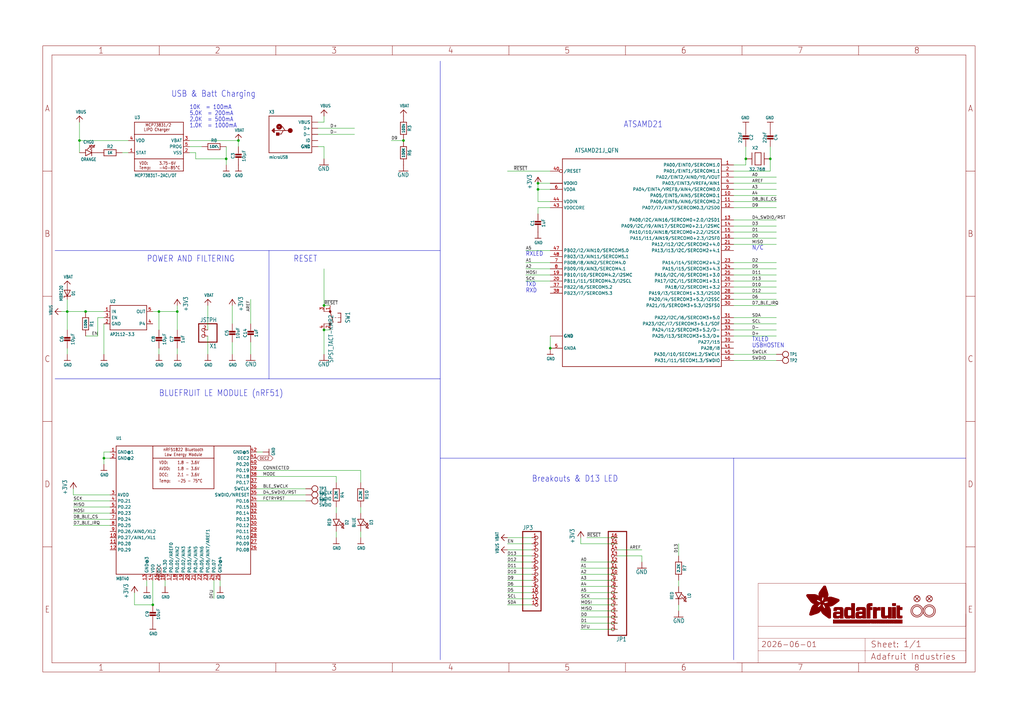
<source format=kicad_sch>
(kicad_sch (version 20230121) (generator eeschema)
  (paper "User" 425.45 298.602)
  (lib_symbols
    (symbol "working-eagle-import:+3V3" (power)
      (property "Value" "+3V3" (at -2.54 -5.08 90))
      (symbol "+3V3_1_0"
        (pin power_in line (at 0 -2.54 90) (length 2.54) (name "+3V3") (number "1"))
      )
    )
    (symbol "working-eagle-import:ATSAMD21J_QFN"
      (symbol "ATSAMD21J_QFN_1_0"
        (pin bidirectional line (at 50.8 35.56 180) (length 5.08) (name "PA00/EINT0/SERCOM1.0") (number "1"))
        (pin bidirectional line (at 50.8 22.86 180) (length 5.08) (name "PA05/EINT5/AIN5/SERCOM0.1") (number "10"))
        (pin bidirectional line (at 50.8 20.32 180) (length 5.08) (name "PA06/EINT6/AIN6/SERCOM0.2") (number "11"))
        (pin bidirectional line (at 50.8 17.78 180) (length 5.08) (name "PA07/I7/AIN7/SERCOM0.3/I2SD0") (number "12"))
        (pin bidirectional line (at 50.8 12.7 180) (length 5.08) (name "PA08/I2C/AIN16/SERCOM0+2.0/I2SD1") (number "13"))
        (pin bidirectional line (at 50.8 10.16 180) (length 5.08) (name "PA09/I2C/I9/AIN17/SERCOM0+2.1/I2SMC") (number "14"))
        (pin bidirectional line (at 50.8 7.62 180) (length 5.08) (name "PA10/I10/AIN18/SERCOM0+2.2/I2SCK") (number "15"))
        (pin bidirectional line (at 50.8 5.08 180) (length 5.08) (name "PA11/I11/AIN19/SERCOM0+2.3/I2SF0") (number "16"))
        (pin power_in line (at -25.4 27.94 0) (length 5.08) (name "VDDIO") (number "17"))
        (pin power_in line (at -25.4 -35.56 0) (length 5.08) (name "GND") (number "18"))
        (pin bidirectional line (at -25.4 -10.16 0) (length 5.08) (name "PB10/I10/SERCOM4.2/I2SMC") (number "19"))
        (pin bidirectional line (at 50.8 33.02 180) (length 5.08) (name "PA01/EINT1/SERCOM1.1") (number "2"))
        (pin bidirectional line (at -25.4 -12.7 0) (length 5.08) (name "PB11/I11/SERCOM4.3/I2SCL") (number "20"))
        (pin bidirectional line (at 50.8 2.54 180) (length 5.08) (name "PA12/I12/I2C/SERCOM2+4.0") (number "21"))
        (pin bidirectional line (at 50.8 0 180) (length 5.08) (name "PA13/I13/I2C/SERCOM2+4.1") (number "22"))
        (pin bidirectional line (at 50.8 -5.08 180) (length 5.08) (name "PA14/I14/SERCOM2+4.2") (number "23"))
        (pin bidirectional line (at 50.8 -7.62 180) (length 5.08) (name "PA15/I15/SERCOM3+4.3") (number "24"))
        (pin bidirectional line (at 50.8 -10.16 180) (length 5.08) (name "PA16/I2C/I0/SERCOM1+3.0") (number "25"))
        (pin bidirectional line (at 50.8 -12.7 180) (length 5.08) (name "PA17/I2C/I1/SERCOM1+3.1") (number "26"))
        (pin bidirectional line (at 50.8 -15.24 180) (length 5.08) (name "PA18/I2/SERCOM1+3.2") (number "27"))
        (pin bidirectional line (at 50.8 -17.78 180) (length 5.08) (name "PA19/I3/SERCOM1+3.3/I2SD0") (number "28"))
        (pin bidirectional line (at 50.8 -20.32 180) (length 5.08) (name "PA20/I4/SERCOM3+5.2/I2SSC") (number "29"))
        (pin bidirectional line (at 50.8 30.48 180) (length 5.08) (name "PA02/EINT2/AIN0/Y0/VOUT") (number "3"))
        (pin bidirectional line (at 50.8 -22.86 180) (length 5.08) (name "PA21/I5/SERCOM3+5.3/I2SFS0") (number "30"))
        (pin bidirectional line (at 50.8 -27.94 180) (length 5.08) (name "PA22/I2C/I6/SERCOM3+5.0") (number "31"))
        (pin bidirectional line (at 50.8 -30.48 180) (length 5.08) (name "PA23/I2C/I7/SERCOM3+5.1/SOF") (number "32"))
        (pin bidirectional line (at 50.8 -33.02 180) (length 5.08) (name "PA24/I12/SERCOM3+5.2/D-") (number "33"))
        (pin bidirectional line (at 50.8 -35.56 180) (length 5.08) (name "PA25/I13/SERCOM3+5.3/D+") (number "34"))
        (pin power_in line (at -25.4 -35.56 0) (length 5.08) (name "GND") (number "35"))
        (pin power_in line (at -25.4 27.94 0) (length 5.08) (name "VDDIO") (number "36"))
        (pin bidirectional line (at -25.4 -15.24 0) (length 5.08) (name "PB22/I6/SERCOM5.2") (number "37"))
        (pin bidirectional line (at -25.4 -17.78 0) (length 5.08) (name "PB23/I7/SERCOM5.3") (number "38"))
        (pin bidirectional line (at 50.8 -38.1 180) (length 5.08) (name "PA27/I15") (number "39"))
        (pin bidirectional line (at 50.8 27.94 180) (length 5.08) (name "PA03/EINT3/VREFA/AIN1") (number "4"))
        (pin bidirectional inverted (at -25.4 33.02 0) (length 5.08) (name "/RESET") (number "40"))
        (pin bidirectional line (at 50.8 -40.64 180) (length 5.08) (name "PA28/I8") (number "41"))
        (pin power_in line (at -25.4 -35.56 0) (length 5.08) (name "GND") (number "42"))
        (pin power_in line (at -25.4 17.78 0) (length 5.08) (name "VDDCORE") (number "43"))
        (pin power_in line (at -25.4 20.32 0) (length 5.08) (name "VDDIN") (number "44"))
        (pin bidirectional line (at 50.8 -43.18 180) (length 5.08) (name "PA30/I10/SECOM1.2/SWCLK") (number "45"))
        (pin bidirectional line (at 50.8 -45.72 180) (length 5.08) (name "PA31/I11/SECOM1.3/SWDIO") (number "46"))
        (pin bidirectional line (at -25.4 0 0) (length 5.08) (name "PB02/I2/AIN10/SERCOM5.0") (number "47"))
        (pin bidirectional line (at -25.4 -2.54 0) (length 5.08) (name "PB03/I3/AIN11/SERCOM5.1") (number "48"))
        (pin power_in line (at -25.4 -40.64 0) (length 5.08) (name "GNDA") (number "5"))
        (pin power_in line (at -25.4 25.4 0) (length 5.08) (name "VDDA") (number "6"))
        (pin bidirectional line (at -25.4 -5.08 0) (length 5.08) (name "PB08/I8/AIN2/SERCOM4.0") (number "7"))
        (pin bidirectional line (at -25.4 -7.62 0) (length 5.08) (name "PB09/I9/AIN3/SERCOM4.1") (number "8"))
        (pin bidirectional line (at 50.8 25.4 180) (length 5.08) (name "PA04/EINT4/VREFB/AIN4/SERCOM0.0") (number "9"))
        (pin power_in line (at -25.4 -35.56 0) (length 5.08) (name "GND") (number "THERMAL"))
      )
    )
    (symbol "working-eagle-import:CAP_CERAMIC0603_NO"
      (property "Reference" "C" (at -2.29 1.25 90))
      (symbol "CAP_CERAMIC0603_NO_1_0"
        (pin passive line (at 0 5.08 270) (length 2.54) (name "1") (number "1"))
        (pin passive line (at 0 -2.54 90) (length 2.54) (name "2") (number "2"))
      )
    )
    (symbol "working-eagle-import:CAP_CERAMIC0805-NOOUTLINE"
      (property "Reference" "C" (at -2.29 1.25 90))
      (symbol "CAP_CERAMIC0805-NOOUTLINE_1_0"
        (pin passive line (at 0 5.08 270) (length 2.54) (name "1") (number "1"))
        (pin passive line (at 0 -2.54 90) (length 2.54) (name "2") (number "2"))
      )
    )
    (symbol "working-eagle-import:CON_JST_PH_2PIN"
      (property "Reference" "X" (at -6.35 5.715 0))
      (symbol "CON_JST_PH_2PIN_1_0"
        (pin passive inverted (at -2.54 2.54 0) (length 2.54) (name "1") (number "1"))
        (pin passive inverted (at -2.54 0 0) (length 2.54) (name "2") (number "2"))
      )
    )
    (symbol "working-eagle-import:DIODE-SCHOTTKYSOD-123"
      (property "Reference" "D" (at 0 2.54 0))
      (symbol "DIODE-SCHOTTKYSOD-123_1_0"
        (pin passive line (at -2.54 0 0) (length 2.54) (name "A") (number "A"))
        (pin passive line (at 2.54 0 180) (length 2.54) (name "C") (number "C"))
      )
    )
    (symbol "working-eagle-import:FIDUCIAL{dblquote}{dblquote}")
    (symbol "working-eagle-import:FRAME_A3_ADAFRUIT"
      (symbol "FRAME_A3_ADAFRUIT_1_0"
        (text "${#}/${##}" (at 357.505 10.16 0) (effects (font (size 2.54 2.54)) (justify left bottom)))
        (text "${CURRENT_DATE}" (at 298.45 10.16 0) (effects (font (size 2.286 2.286)) (justify left bottom)))
        (text "${PROJECTNAME}" (at 298.45 15.24 0) (effects (font (size 2.54 2.54)) (justify left bottom)))
        (text "1" (at 24.2094 1.905 0) (effects (font (size 2.54 2.286))))
        (text "1" (at 24.2094 258.445 0) (effects (font (size 2.54 2.286))))
        (text "2" (at 72.6281 1.905 0) (effects (font (size 2.54 2.286))))
        (text "2" (at 72.6281 258.445 0) (effects (font (size 2.54 2.286))))
        (text "3" (at 121.0469 1.905 0) (effects (font (size 2.54 2.286))))
        (text "3" (at 121.0469 258.445 0) (effects (font (size 2.54 2.286))))
        (text "4" (at 169.4656 1.905 0) (effects (font (size 2.54 2.286))))
        (text "4" (at 169.4656 258.445 0) (effects (font (size 2.54 2.286))))
        (text "5" (at 217.8844 1.905 0) (effects (font (size 2.54 2.286))))
        (text "5" (at 217.8844 258.445 0) (effects (font (size 2.54 2.286))))
        (text "6" (at 266.3031 1.905 0) (effects (font (size 2.54 2.286))))
        (text "6" (at 266.3031 258.445 0) (effects (font (size 2.54 2.286))))
        (text "7" (at 314.7219 1.905 0) (effects (font (size 2.54 2.286))))
        (text "7" (at 314.7219 258.445 0) (effects (font (size 2.54 2.286))))
        (text "8" (at 363.1406 1.905 0) (effects (font (size 2.54 2.286))))
        (text "8" (at 363.1406 258.445 0) (effects (font (size 2.54 2.286))))
        (text "A" (at 1.905 234.315 0) (effects (font (size 2.54 2.286))))
        (text "A" (at 385.445 234.315 0) (effects (font (size 2.54 2.286))))
        (text "Adafruit Industries" (at 343.916 4.953 0) (effects (font (size 2.54 2.54)) (justify left bottom)))
        (text "B" (at 1.905 182.245 0) (effects (font (size 2.54 2.286))))
        (text "B" (at 385.445 182.245 0) (effects (font (size 2.54 2.286))))
        (text "C" (at 1.905 130.175 0) (effects (font (size 2.54 2.286))))
        (text "C" (at 385.445 130.175 0) (effects (font (size 2.54 2.286))))
        (text "D" (at 1.905 78.105 0) (effects (font (size 2.54 2.286))))
        (text "D" (at 385.445 78.105 0) (effects (font (size 2.54 2.286))))
        (text "E" (at 1.905 26.035 0) (effects (font (size 2.54 2.286))))
        (text "E" (at 385.445 26.035 0) (effects (font (size 2.54 2.286))))
        (text "Sheet:" (at 343.916 10.033 0) (effects (font (size 2.54 2.54)) (justify left bottom)))
      )
    )
    (symbol "working-eagle-import:GND" (power)
      (property "Value" "GND" (at -1.524 -2.54 0))
      (symbol "GND_1_0"
        (pin power_in line (at 0 2.54 270) (length 2.54) (name "GND") (number "1"))
      )
    )
    (symbol "working-eagle-import:HEADER-1X12"
      (property "Reference" "JP" (at -6.35 18.415 0))
      (symbol "HEADER-1X12_1_0"
        (pin passive inverted (at -2.54 15.24 0) (length 2.54) (name "1") (number "1"))
        (pin passive inverted (at -2.54 -7.62 0) (length 2.54) (name "10") (number "10"))
        (pin passive inverted (at -2.54 -10.16 0) (length 2.54) (name "11") (number "11"))
        (pin passive inverted (at -2.54 -12.7 0) (length 2.54) (name "12") (number "12"))
        (pin passive inverted (at -2.54 12.7 0) (length 2.54) (name "2") (number "2"))
        (pin passive inverted (at -2.54 10.16 0) (length 2.54) (name "3") (number "3"))
        (pin passive inverted (at -2.54 7.62 0) (length 2.54) (name "4") (number "4"))
        (pin passive inverted (at -2.54 5.08 0) (length 2.54) (name "5") (number "5"))
        (pin passive inverted (at -2.54 2.54 0) (length 2.54) (name "6") (number "6"))
        (pin passive inverted (at -2.54 0 0) (length 2.54) (name "7") (number "7"))
        (pin passive inverted (at -2.54 -2.54 0) (length 2.54) (name "8") (number "8"))
        (pin passive inverted (at -2.54 -5.08 0) (length 2.54) (name "9") (number "9"))
      )
    )
    (symbol "working-eagle-import:HEADER-1X16ROUND"
      (property "Reference" "JP" (at -6.35 20.955 0))
      (symbol "HEADER-1X16ROUND_1_0"
        (pin passive inverted (at -2.54 17.78 0) (length 2.54) (name "1") (number "1"))
        (pin passive inverted (at -2.54 -5.08 0) (length 2.54) (name "10") (number "10"))
        (pin passive inverted (at -2.54 -7.62 0) (length 2.54) (name "11") (number "11"))
        (pin passive inverted (at -2.54 -10.16 0) (length 2.54) (name "12") (number "12"))
        (pin passive inverted (at -2.54 -12.7 0) (length 2.54) (name "13") (number "13"))
        (pin passive inverted (at -2.54 -15.24 0) (length 2.54) (name "14") (number "14"))
        (pin passive inverted (at -2.54 -17.78 0) (length 2.54) (name "15") (number "15"))
        (pin passive inverted (at -2.54 -20.32 0) (length 2.54) (name "16") (number "16"))
        (pin passive inverted (at -2.54 15.24 0) (length 2.54) (name "2") (number "2"))
        (pin passive inverted (at -2.54 12.7 0) (length 2.54) (name "3") (number "3"))
        (pin passive inverted (at -2.54 10.16 0) (length 2.54) (name "4") (number "4"))
        (pin passive inverted (at -2.54 7.62 0) (length 2.54) (name "5") (number "5"))
        (pin passive inverted (at -2.54 5.08 0) (length 2.54) (name "6") (number "6"))
        (pin passive inverted (at -2.54 2.54 0) (length 2.54) (name "7") (number "7"))
        (pin passive inverted (at -2.54 0 0) (length 2.54) (name "8") (number "8"))
        (pin passive inverted (at -2.54 -2.54 0) (length 2.54) (name "9") (number "9"))
      )
    )
    (symbol "working-eagle-import:LED0805_NOOUTLINE"
      (property "Reference" "D" (at -1.27 4.445 0))
      (symbol "LED0805_NOOUTLINE_1_0"
        (pin passive line (at -5.08 0 0) (length 2.54) (name "A") (number "A"))
        (pin passive line (at 2.54 0 180) (length 2.54) (name "C") (number "C"))
      )
    )
    (symbol "working-eagle-import:MCP73831/2"
      (property "Reference" "U" (at -10.16 11.43 0))
      (symbol "MCP73831/2_1_0"
        (text "-40-85°C" (at 0 -9.525 0) (effects (font (size 1.27 1.0795)) (justify left bottom)))
        (text "3.75-6V" (at 0 -7.62 0) (effects (font (size 1.27 1.0795)) (justify left bottom)))
        (text "LIPO Charger" (at -6.35 6.35 0) (effects (font (size 1.27 1.0795)) (justify left bottom)))
        (text "MCP73831/2" (at -5.715 8.255 0) (effects (font (size 1.27 1.0795)) (justify left bottom)))
        (text "Temp:" (at -8.255 -9.525 0) (effects (font (size 1.27 1.0795)) (justify left bottom)))
        (text "VDD:" (at -8.255 -7.62 0) (effects (font (size 1.27 1.0795)) (justify left bottom)))
        (pin output line (at -12.7 -2.54 0) (length 2.54) (name "STAT") (number "1"))
        (pin power_in line (at 12.7 -2.54 180) (length 2.54) (name "VSS") (number "2"))
        (pin power_in line (at 12.7 2.54 180) (length 2.54) (name "VBAT") (number "3"))
        (pin power_in line (at -12.7 2.54 0) (length 2.54) (name "VDD") (number "4"))
        (pin input line (at 12.7 0 180) (length 2.54) (name "PROG") (number "5"))
      )
    )
    (symbol "working-eagle-import:MOUNTINGHOLE2.5")
    (symbol "working-eagle-import:NRF51822_MODULE_MDBT40"
      (property "Reference" "U" (at -27.94 27.94 0))
      (symbol "NRF51822_MODULE_MDBT40_1_0"
        (text "-25 - 75°C" (at -2.54 10.16 0) (effects (font (size 1.27 1.0795)) (justify left bottom)))
        (text "1.8 - 3.6V" (at -2.54 15.24 0) (effects (font (size 1.27 1.0795)) (justify left bottom)))
        (text "1.8 - 3.6V" (at -2.54 17.78 0) (effects (font (size 1.27 1.0795)) (justify left bottom)))
        (text "2.1 - 3.6V" (at -2.54 12.7 0) (effects (font (size 1.27 1.0795)) (justify left bottom)))
        (text "AVDD:" (at -10.16 15.24 0) (effects (font (size 1.27 1.0795)) (justify left bottom)))
        (text "DCC:" (at -10.16 12.7 0) (effects (font (size 1.27 1.0795)) (justify left bottom)))
        (text "nRF51822 Bluetooth\nLow Energy Module" (at 0 22.86 0) (effects (font (size 1.27 1.0795))))
        (text "Temp:" (at -10.16 10.16 0) (effects (font (size 1.27 1.0795)) (justify left bottom)))
        (text "VDD:" (at -10.16 17.78 0) (effects (font (size 1.27 1.0795)) (justify left bottom)))
        (pin power_in line (at -30.48 22.86 0) (length 2.54) (name "GND@1") (number "1"))
        (pin bidirectional line (at -30.48 -12.7 0) (length 2.54) (name "P0.27/AIN1/XL1") (number "10"))
        (pin bidirectional line (at -30.48 -15.24 0) (length 2.54) (name "P0.28") (number "11"))
        (pin bidirectional line (at -30.48 -17.78 0) (length 2.54) (name "P0.29") (number "12"))
        (pin power_in line (at -15.24 -30.48 90) (length 2.54) (name "GND@3") (number "13"))
        (pin power_in line (at -12.7 -30.48 90) (length 2.54) (name "VDD") (number "14"))
        (pin power_in line (at -10.16 -30.48 90) (length 2.54) (name "DCC") (number "15"))
        (pin bidirectional line (at -7.62 -30.48 90) (length 2.54) (name "P0.30") (number "16"))
        (pin bidirectional line (at -5.08 -30.48 90) (length 2.54) (name "P0.00/AREF0") (number "17"))
        (pin bidirectional line (at -2.54 -30.48 90) (length 2.54) (name "P0.01/AIN2") (number "18"))
        (pin bidirectional line (at 0 -30.48 90) (length 2.54) (name "P0.02/AIN3") (number "19"))
        (pin power_in line (at -30.48 20.32 0) (length 2.54) (name "GND@2") (number "2"))
        (pin bidirectional line (at 2.54 -30.48 90) (length 2.54) (name "P0.03/AIN4") (number "20"))
        (pin bidirectional line (at 5.08 -30.48 90) (length 2.54) (name "P0.04/AIN5") (number "21"))
        (pin bidirectional line (at 7.62 -30.48 90) (length 2.54) (name "P0.05/AIN6") (number "22"))
        (pin bidirectional line (at 10.16 -30.48 90) (length 2.54) (name "P0.06/AIN7/AREF1") (number "23"))
        (pin bidirectional line (at 12.7 -30.48 90) (length 2.54) (name "P0.07") (number "24"))
        (pin power_in line (at 15.24 -30.48 90) (length 2.54) (name "GND@4") (number "25"))
        (pin bidirectional line (at 30.48 -17.78 180) (length 2.54) (name "P0.08") (number "26"))
        (pin bidirectional line (at 30.48 -15.24 180) (length 2.54) (name "P0.09") (number "27"))
        (pin bidirectional line (at 30.48 -12.7 180) (length 2.54) (name "P0.10") (number "28"))
        (pin bidirectional line (at 30.48 -10.16 180) (length 2.54) (name "P0.11") (number "29"))
        (pin power_in line (at -30.48 5.08 0) (length 2.54) (name "AVDD") (number "3"))
        (pin bidirectional line (at 30.48 -7.62 180) (length 2.54) (name "P0.12") (number "30"))
        (pin bidirectional line (at 30.48 -5.08 180) (length 2.54) (name "P0.13") (number "31"))
        (pin bidirectional line (at 30.48 -2.54 180) (length 2.54) (name "P0.14") (number "32"))
        (pin bidirectional line (at 30.48 0 180) (length 2.54) (name "P0.15") (number "33"))
        (pin bidirectional line (at 30.48 2.54 180) (length 2.54) (name "P0.16") (number "34"))
        (pin bidirectional line (at 30.48 5.08 180) (length 2.54) (name "SWDIO/NRESET") (number "35"))
        (pin bidirectional line (at 30.48 7.62 180) (length 2.54) (name "SWCLK") (number "36"))
        (pin bidirectional line (at 30.48 10.16 180) (length 2.54) (name "P0.17") (number "37"))
        (pin bidirectional line (at 30.48 12.7 180) (length 2.54) (name "P0.18") (number "38"))
        (pin bidirectional line (at 30.48 15.24 180) (length 2.54) (name "P0.19") (number "39"))
        (pin bidirectional line (at -30.48 2.54 0) (length 2.54) (name "P0.21") (number "4"))
        (pin bidirectional line (at 30.48 17.78 180) (length 2.54) (name "P0.20") (number "40"))
        (pin power_in line (at 30.48 20.32 180) (length 2.54) (name "DEC2") (number "41"))
        (pin power_in line (at 30.48 22.86 180) (length 2.54) (name "GND@5") (number "42"))
        (pin bidirectional line (at -30.48 0 0) (length 2.54) (name "P0.22") (number "5"))
        (pin bidirectional line (at -30.48 -2.54 0) (length 2.54) (name "P0.23") (number "6"))
        (pin bidirectional line (at -30.48 -5.08 0) (length 2.54) (name "P0.24") (number "7"))
        (pin bidirectional line (at -30.48 -7.62 0) (length 2.54) (name "P0.25") (number "8"))
        (pin bidirectional line (at -30.48 -10.16 0) (length 2.54) (name "P0.26/AIN0/XL2") (number "9"))
      )
    )
    (symbol "working-eagle-import:RESISTOR_0603_NOOUT"
      (property "Reference" "R" (at 0 2.54 0))
      (symbol "RESISTOR_0603_NOOUT_1_0"
        (pin passive line (at -5.08 0 0) (length 2.54) (name "1") (number "1"))
        (pin passive line (at 5.08 0 180) (length 2.54) (name "2") (number "2"))
      )
    )
    (symbol "working-eagle-import:SPST_TACT-KMR2"
      (property "Reference" "SW" (at -6.35 -2.54 90))
      (symbol "SPST_TACT-KMR2_1_0"
        (pin passive line (at 0 -5.08 90) (length 2.54) (name "P") (number "1"))
        (pin passive line (at 0 5.08 270) (length 2.54) (name "S") (number "2"))
        (pin passive line (at 2.54 -5.08 90) (length 2.54) (name "P1") (number "3"))
        (pin passive line (at 2.54 5.08 270) (length 2.54) (name "S1") (number "4"))
      )
    )
    (symbol "working-eagle-import:TESTPOINT1.5X2.0MM_NOCREAM"
      (property "Reference" "TP" (at 0 5.588 90))
      (symbol "TESTPOINT1.5X2.0MM_NOCREAM_1_0"
        (pin bidirectional line (at 0 0 90) (length 2.54) (name "P$1") (number "P$1"))
      )
    )
    (symbol "working-eagle-import:TESTPOINTROUND1.5MM"
      (property "Reference" "TP" (at 0 5.588 90))
      (symbol "TESTPOINTROUND1.5MM_1_0"
        (pin bidirectional line (at 0 0 90) (length 2.54) (name "P$1") (number "P$1"))
      )
    )
    (symbol "working-eagle-import:USB_MICRO_20329_V2"
      (property "Reference" "X" (at -10.16 8.636 0))
      (symbol "USB_MICRO_20329_V2_1_0"
        (pin power_in line (at 10.16 -5.08 180) (length 2.54) (name "GND") (number "BASE@1"))
        (pin power_in line (at 10.16 -5.08 180) (length 2.54) (name "GND") (number "BASE@2"))
        (pin bidirectional line (at 10.16 2.54 180) (length 2.54) (name "D+") (number "D+"))
        (pin bidirectional line (at 10.16 0 180) (length 2.54) (name "D-") (number "D-"))
        (pin power_in line (at 10.16 -5.08 180) (length 2.54) (name "GND") (number "GND"))
        (pin bidirectional line (at 10.16 -2.54 180) (length 2.54) (name "ID") (number "ID"))
        (pin power_in line (at 10.16 -5.08 180) (length 2.54) (name "GND") (number "SPRT@1"))
        (pin power_in line (at 10.16 -5.08 180) (length 2.54) (name "GND") (number "SPRT@2"))
        (pin power_in line (at 10.16 -5.08 180) (length 2.54) (name "GND") (number "SPRT@3"))
        (pin power_in line (at 10.16 -5.08 180) (length 2.54) (name "GND") (number "SPRT@4"))
        (pin power_in line (at 10.16 5.08 180) (length 2.54) (name "VBUS") (number "VBUS"))
      )
    )
    (symbol "working-eagle-import:VBAT" (power)
      (property "Value" "VBAT" (at -1.524 1.016 0))
      (symbol "VBAT_1_0"
        (pin power_in line (at 0 -2.54 90) (length 2.54) (name "VBAT") (number "1"))
      )
    )
    (symbol "working-eagle-import:VBUS" (power)
      (property "Value" "VBUS" (at -1.524 1.016 0))
      (symbol "VBUS_1_0"
        (pin power_in line (at 0 -2.54 90) (length 2.54) (name "VBUS") (number "1"))
      )
    )
    (symbol "working-eagle-import:VREG_SOT23-5"
      (property "Reference" "U" (at -7.62 6.096 0))
      (symbol "VREG_SOT23-5_1_0"
        (pin power_in line (at -10.16 2.54 0) (length 2.54) (name "IN") (number "1"))
        (pin power_in line (at -10.16 -2.54 0) (length 2.54) (name "GND") (number "2"))
        (pin input line (at -10.16 0 0) (length 2.54) (name "EN") (number "3"))
        (pin bidirectional line (at 10.16 -2.54 180) (length 2.54) (name "P4") (number "4"))
        (pin power_in line (at 10.16 2.54 180) (length 2.54) (name "OUT") (number "5"))
      )
    )
    (symbol "working-eagle-import:XTAL-3.2X1.5"
      (property "Reference" "X" (at -2.54 3.81 0))
      (symbol "XTAL-3.2X1.5_1_0"
        (pin bidirectional line (at -5.08 0 0) (length 2.54) (name "P$1") (number "P$1"))
        (pin bidirectional line (at 5.08 0 180) (length 2.54) (name "P$2") (number "P$2"))
      )
    )
    (symbol "working-eagle-import:supply1_GND" (power)
      (property "Value" "supply1_GND" (at -2.54 -2.54 0))
      (symbol "supply1_GND_1_0"
        (pin power_in line (at 0 2.54 270) (length 2.54) (name "GND") (number "1"))
      )
    )
  )
  (junction (at 63.5 251.46))
  (junction (at 27.94 129.54))
  (junction (at 73.66 129.54))
  (junction (at 320.04 66.04))
  (junction (at 99.06 58.42))
  (junction (at 35.56 129.54))
  (junction (at 223.52 78.74))
  (junction (at 309.88 66.04))
  (junction (at 228.6 144.78))
  (junction (at 223.52 76.2))
  (junction (at 167.64 58.42))
  (junction (at 43.18 190.5))
  (junction (at 33.02 58.42))
  (junction (at 134.62 137.16))
  (junction (at 134.62 127))
  (junction (at 93.98 66.04))
  (junction (at 66.04 129.54))
  (wire (pts (xy 33.02 50.8) (xy 33.02 58.42)) (stroke (width 0.1524)))
  (wire (pts (xy 304.8 78.74) (xy 322.58 78.74)) (stroke (width 0.1524)))
  (wire (pts (xy 134.62 127) (xy 137.16 127)) (stroke (width 0.1524)))
  (wire (pts (xy 304.8 132.08) (xy 322.58 132.08)) (stroke (width 0.1524)))
  (wire (pts (xy 223.52 86.36) (xy 223.52 88.9)) (stroke (width 0.1524)))
  (wire (pts (xy 322.58 91.44) (xy 304.8 91.44)) (stroke (width 0.1524)))
  (wire (pts (xy 220.98 228.6) (xy 210.82 228.6)) (stroke (width 0.1524)))
  (polyline (pts (xy 182.88 104.14) (xy 111.76 104.14)) (stroke (width 0.1524) (type solid)))
  (wire (pts (xy 88.9 241.3) (xy 88.9 248.92)) (stroke (width 0.1524)))
  (polyline (pts (xy 22.86 157.48) (xy 111.76 157.48)) (stroke (width 0.1524) (type solid)))
  (wire (pts (xy 281.94 251.46) (xy 281.94 254)) (stroke (width 0.1524)))
  (wire (pts (xy 304.8 93.98) (xy 322.58 93.98)) (stroke (width 0.1524)))
  (wire (pts (xy 43.18 187.96) (xy 43.18 190.5)) (stroke (width 0.1524)))
  (wire (pts (xy 322.58 81.28) (xy 304.8 81.28)) (stroke (width 0.1524)))
  (wire (pts (xy 35.56 129.54) (xy 27.94 129.54)) (stroke (width 0.1524)))
  (wire (pts (xy 43.18 190.5) (xy 43.18 193.04)) (stroke (width 0.1524)))
  (wire (pts (xy 304.8 76.2) (xy 322.58 76.2)) (stroke (width 0.1524)))
  (wire (pts (xy 304.8 116.84) (xy 322.58 116.84)) (stroke (width 0.1524)))
  (wire (pts (xy 218.44 111.76) (xy 228.6 111.76)) (stroke (width 0.1524)))
  (wire (pts (xy 256.54 248.92) (xy 241.3 248.92)) (stroke (width 0.1524)))
  (wire (pts (xy 256.54 243.84) (xy 241.3 243.84)) (stroke (width 0.1524)))
  (wire (pts (xy 220.98 246.38) (xy 210.82 246.38)) (stroke (width 0.1524)))
  (wire (pts (xy 132.08 60.96) (xy 134.62 60.96)) (stroke (width 0.1524)))
  (wire (pts (xy 45.72 187.96) (xy 43.18 187.96)) (stroke (width 0.1524)))
  (wire (pts (xy 66.04 137.16) (xy 66.04 129.54)) (stroke (width 0.1524)))
  (wire (pts (xy 210.82 223.52) (xy 220.98 223.52)) (stroke (width 0.1524)))
  (polyline (pts (xy 401.32 190.5) (xy 304.8 190.5)) (stroke (width 0.1524) (type solid)))
  (wire (pts (xy 149.86 220.98) (xy 149.86 223.52)) (stroke (width 0.1524)))
  (wire (pts (xy 256.54 261.62) (xy 241.3 261.62)) (stroke (width 0.1524)))
  (polyline (pts (xy 304.8 274.32) (xy 304.8 190.5)) (stroke (width 0.1524) (type solid)))
  (wire (pts (xy 30.48 205.74) (xy 30.48 203.2)) (stroke (width 0.1524)))
  (wire (pts (xy 40.64 139.7) (xy 40.64 132.08)) (stroke (width 0.1524)))
  (wire (pts (xy 147.32 55.88) (xy 132.08 55.88)) (stroke (width 0.1524)))
  (wire (pts (xy 304.8 127) (xy 322.58 127)) (stroke (width 0.1524)))
  (wire (pts (xy 210.82 243.84) (xy 220.98 243.84)) (stroke (width 0.1524)))
  (wire (pts (xy 27.94 124.46) (xy 27.94 129.54)) (stroke (width 0.1524)))
  (wire (pts (xy 218.44 116.84) (xy 228.6 116.84)) (stroke (width 0.1524)))
  (wire (pts (xy 27.94 144.78) (xy 27.94 147.32)) (stroke (width 0.1524)))
  (wire (pts (xy 91.44 241.3) (xy 91.44 243.84)) (stroke (width 0.1524)))
  (polyline (pts (xy 182.88 190.5) (xy 182.88 157.48)) (stroke (width 0.1524) (type solid)))
  (wire (pts (xy 304.8 134.62) (xy 322.58 134.62)) (stroke (width 0.1524)))
  (wire (pts (xy 139.7 210.82) (xy 139.7 213.36)) (stroke (width 0.1524)))
  (wire (pts (xy 210.82 233.68) (xy 220.98 233.68)) (stroke (width 0.1524)))
  (wire (pts (xy 220.98 236.22) (xy 210.82 236.22)) (stroke (width 0.1524)))
  (wire (pts (xy 241.3 223.52) (xy 241.3 226.06)) (stroke (width 0.1524)))
  (wire (pts (xy 256.54 238.76) (xy 241.3 238.76)) (stroke (width 0.1524)))
  (wire (pts (xy 96.52 147.32) (xy 96.52 142.24)) (stroke (width 0.1524)))
  (wire (pts (xy 281.94 231.14) (xy 281.94 226.06)) (stroke (width 0.1524)))
  (wire (pts (xy 320.04 71.12) (xy 320.04 66.04)) (stroke (width 0.1524)))
  (wire (pts (xy 228.6 104.14) (xy 218.44 104.14)) (stroke (width 0.1524)))
  (wire (pts (xy 309.88 68.58) (xy 309.88 66.04)) (stroke (width 0.1524)))
  (wire (pts (xy 241.3 259.08) (xy 256.54 259.08)) (stroke (width 0.1524)))
  (wire (pts (xy 223.52 83.82) (xy 223.52 78.74)) (stroke (width 0.1524)))
  (wire (pts (xy 134.62 147.32) (xy 134.62 137.16)) (stroke (width 0.1524)))
  (wire (pts (xy 220.98 248.92) (xy 210.82 248.92)) (stroke (width 0.1524)))
  (wire (pts (xy 228.6 83.82) (xy 223.52 83.82)) (stroke (width 0.1524)))
  (wire (pts (xy 93.98 60.96) (xy 93.98 66.04)) (stroke (width 0.1524)))
  (wire (pts (xy 30.48 218.44) (xy 45.72 218.44)) (stroke (width 0.1524)))
  (wire (pts (xy 210.82 226.06) (xy 220.98 226.06)) (stroke (width 0.1524)))
  (wire (pts (xy 134.62 60.96) (xy 134.62 66.04)) (stroke (width 0.1524)))
  (wire (pts (xy 149.86 195.58) (xy 149.86 200.66)) (stroke (width 0.1524)))
  (wire (pts (xy 106.68 205.74) (xy 127 205.74)) (stroke (width 0.1524)))
  (wire (pts (xy 241.3 241.3) (xy 256.54 241.3)) (stroke (width 0.1524)))
  (wire (pts (xy 304.8 114.3) (xy 322.58 114.3)) (stroke (width 0.1524)))
  (wire (pts (xy 304.8 137.16) (xy 322.58 137.16)) (stroke (width 0.1524)))
  (polyline (pts (xy 304.8 190.5) (xy 182.88 190.5)) (stroke (width 0.1524) (type solid)))
  (wire (pts (xy 81.28 63.5) (xy 81.28 66.04)) (stroke (width 0.1524)))
  (wire (pts (xy 322.58 149.86) (xy 304.8 149.86)) (stroke (width 0.1524)))
  (wire (pts (xy 43.18 134.62) (xy 43.18 147.32)) (stroke (width 0.1524)))
  (wire (pts (xy 106.68 198.12) (xy 139.7 198.12)) (stroke (width 0.1524)))
  (wire (pts (xy 106.68 208.28) (xy 127 208.28)) (stroke (width 0.1524)))
  (wire (pts (xy 304.8 101.6) (xy 322.58 101.6)) (stroke (width 0.1524)))
  (wire (pts (xy 78.74 63.5) (xy 81.28 63.5)) (stroke (width 0.1524)))
  (wire (pts (xy 210.82 238.76) (xy 220.98 238.76)) (stroke (width 0.1524)))
  (wire (pts (xy 256.54 251.46) (xy 241.3 251.46)) (stroke (width 0.1524)))
  (wire (pts (xy 106.68 195.58) (xy 149.86 195.58)) (stroke (width 0.1524)))
  (wire (pts (xy 93.98 66.04) (xy 93.98 68.58)) (stroke (width 0.1524)))
  (wire (pts (xy 220.98 241.3) (xy 210.82 241.3)) (stroke (width 0.1524)))
  (polyline (pts (xy 182.88 104.14) (xy 182.88 25.4)) (stroke (width 0.1524) (type solid)))
  (wire (pts (xy 241.3 254) (xy 256.54 254)) (stroke (width 0.1524)))
  (wire (pts (xy 210.82 251.46) (xy 220.98 251.46)) (stroke (width 0.1524)))
  (wire (pts (xy 78.74 60.96) (xy 83.82 60.96)) (stroke (width 0.1524)))
  (wire (pts (xy 304.8 121.92) (xy 322.58 121.92)) (stroke (width 0.1524)))
  (wire (pts (xy 55.88 251.46) (xy 55.88 246.38)) (stroke (width 0.1524)))
  (wire (pts (xy 241.3 226.06) (xy 256.54 226.06)) (stroke (width 0.1524)))
  (wire (pts (xy 66.04 129.54) (xy 73.66 129.54)) (stroke (width 0.1524)))
  (wire (pts (xy 322.58 111.76) (xy 304.8 111.76)) (stroke (width 0.1524)))
  (wire (pts (xy 35.56 139.7) (xy 40.64 139.7)) (stroke (width 0.1524)))
  (wire (pts (xy 266.7 231.14) (xy 266.7 233.68)) (stroke (width 0.1524)))
  (wire (pts (xy 304.8 83.82) (xy 322.58 83.82)) (stroke (width 0.1524)))
  (wire (pts (xy 104.14 134.62) (xy 104.14 124.46)) (stroke (width 0.1524)))
  (wire (pts (xy 60.96 241.3) (xy 60.96 243.84)) (stroke (width 0.1524)))
  (wire (pts (xy 139.7 198.12) (xy 139.7 200.66)) (stroke (width 0.1524)))
  (polyline (pts (xy 182.88 157.48) (xy 182.88 104.14)) (stroke (width 0.1524) (type solid)))
  (wire (pts (xy 33.02 63.5) (xy 33.02 58.42)) (stroke (width 0.1524)))
  (wire (pts (xy 256.54 233.68) (xy 241.3 233.68)) (stroke (width 0.1524)))
  (wire (pts (xy 304.8 147.32) (xy 322.58 147.32)) (stroke (width 0.1524)))
  (wire (pts (xy 30.48 215.9) (xy 45.72 215.9)) (stroke (width 0.1524)))
  (wire (pts (xy 63.5 241.3) (xy 63.5 251.46)) (stroke (width 0.1524)))
  (wire (pts (xy 50.8 63.5) (xy 53.34 63.5)) (stroke (width 0.1524)))
  (wire (pts (xy 228.6 109.22) (xy 218.44 109.22)) (stroke (width 0.1524)))
  (wire (pts (xy 96.52 134.62) (xy 96.52 127)) (stroke (width 0.1524)))
  (wire (pts (xy 68.58 241.3) (xy 68.58 243.84)) (stroke (width 0.1524)))
  (wire (pts (xy 134.62 111.76) (xy 134.62 127)) (stroke (width 0.1524)))
  (wire (pts (xy 228.6 139.7) (xy 228.6 144.78)) (stroke (width 0.1524)))
  (wire (pts (xy 30.48 210.82) (xy 45.72 210.82)) (stroke (width 0.1524)))
  (wire (pts (xy 241.3 236.22) (xy 256.54 236.22)) (stroke (width 0.1524)))
  (wire (pts (xy 139.7 220.98) (xy 139.7 223.52)) (stroke (width 0.1524)))
  (wire (pts (xy 304.8 73.66) (xy 322.58 73.66)) (stroke (width 0.1524)))
  (wire (pts (xy 149.86 210.82) (xy 149.86 213.36)) (stroke (width 0.1524)))
  (wire (pts (xy 304.8 109.22) (xy 322.58 109.22)) (stroke (width 0.1524)))
  (wire (pts (xy 73.66 144.78) (xy 73.66 147.32)) (stroke (width 0.1524)))
  (wire (pts (xy 228.6 71.12) (xy 210.82 71.12)) (stroke (width 0.1524)))
  (wire (pts (xy 228.6 76.2) (xy 223.52 76.2)) (stroke (width 0.1524)))
  (wire (pts (xy 256.54 256.54) (xy 241.3 256.54)) (stroke (width 0.1524)))
  (wire (pts (xy 25.4 129.54) (xy 27.94 129.54)) (stroke (width 0.1524)))
  (wire (pts (xy 45.72 205.74) (xy 30.48 205.74)) (stroke (width 0.1524)))
  (wire (pts (xy 304.8 71.12) (xy 320.04 71.12)) (stroke (width 0.1524)))
  (wire (pts (xy 256.54 223.52) (xy 243.84 223.52)) (stroke (width 0.1524)))
  (wire (pts (xy 223.52 78.74) (xy 223.52 76.2)) (stroke (width 0.1524)))
  (wire (pts (xy 137.16 137.16) (xy 134.62 137.16)) (stroke (width 0.1524)))
  (wire (pts (xy 320.04 66.04) (xy 320.04 60.96)) (stroke (width 0.1524)))
  (wire (pts (xy 322.58 119.38) (xy 304.8 119.38)) (stroke (width 0.1524)))
  (wire (pts (xy 73.66 129.54) (xy 73.66 137.16)) (stroke (width 0.1524)))
  (wire (pts (xy 45.72 190.5) (xy 43.18 190.5)) (stroke (width 0.1524)))
  (polyline (pts (xy 22.86 104.14) (xy 111.76 104.14)) (stroke (width 0.1524) (type solid)))
  (wire (pts (xy 43.18 129.54) (xy 35.56 129.54)) (stroke (width 0.1524)))
  (wire (pts (xy 281.94 241.3) (xy 281.94 243.84)) (stroke (width 0.1524)))
  (wire (pts (xy 304.8 96.52) (xy 322.58 96.52)) (stroke (width 0.1524)))
  (wire (pts (xy 30.48 208.28) (xy 45.72 208.28)) (stroke (width 0.1524)))
  (wire (pts (xy 30.48 213.36) (xy 45.72 213.36)) (stroke (width 0.1524)))
  (wire (pts (xy 99.06 58.42) (xy 78.74 58.42)) (stroke (width 0.1524)))
  (wire (pts (xy 132.08 50.8) (xy 134.62 50.8)) (stroke (width 0.1524)))
  (polyline (pts (xy 111.76 157.48) (xy 111.76 104.14)) (stroke (width 0.1524) (type solid)))
  (wire (pts (xy 228.6 78.74) (xy 223.52 78.74)) (stroke (width 0.1524)))
  (wire (pts (xy 309.88 60.96) (xy 309.88 66.04)) (stroke (width 0.1524)))
  (wire (pts (xy 63.5 251.46) (xy 55.88 251.46)) (stroke (width 0.1524)))
  (wire (pts (xy 66.04 144.78) (xy 66.04 147.32)) (stroke (width 0.1524)))
  (wire (pts (xy 256.54 228.6) (xy 266.7 228.6)) (stroke (width 0.1524)))
  (wire (pts (xy 256.54 231.14) (xy 266.7 231.14)) (stroke (width 0.1524)))
  (wire (pts (xy 33.02 58.42) (xy 53.34 58.42)) (stroke (width 0.1524)))
  (wire (pts (xy 304.8 68.58) (xy 309.88 68.58)) (stroke (width 0.1524)))
  (wire (pts (xy 86.36 127) (xy 86.36 137.16)) (stroke (width 0.1524)))
  (wire (pts (xy 27.94 129.54) (xy 27.94 137.16)) (stroke (width 0.1524)))
  (wire (pts (xy 322.58 99.06) (xy 304.8 99.06)) (stroke (width 0.1524)))
  (polyline (pts (xy 182.88 157.48) (xy 111.76 157.48)) (stroke (width 0.1524) (type solid)))
  (wire (pts (xy 304.8 124.46) (xy 322.58 124.46)) (stroke (width 0.1524)))
  (wire (pts (xy 134.62 50.8) (xy 134.62 48.26)) (stroke (width 0.1524)))
  (wire (pts (xy 104.14 142.24) (xy 104.14 147.32)) (stroke (width 0.1524)))
  (wire (pts (xy 220.98 231.14) (xy 210.82 231.14)) (stroke (width 0.1524)))
  (wire (pts (xy 228.6 86.36) (xy 223.52 86.36)) (stroke (width 0.1524)))
  (wire (pts (xy 304.8 86.36) (xy 322.58 86.36)) (stroke (width 0.1524)))
  (wire (pts (xy 63.5 129.54) (xy 66.04 129.54)) (stroke (width 0.1524)))
  (polyline (pts (xy 182.88 274.32) (xy 182.88 190.5)) (stroke (width 0.1524) (type solid)))
  (wire (pts (xy 228.6 114.3) (xy 218.44 114.3)) (stroke (width 0.1524)))
  (wire (pts (xy 322.58 139.7) (xy 304.8 139.7)) (stroke (width 0.1524)))
  (wire (pts (xy 132.08 53.34) (xy 147.32 53.34)) (stroke (width 0.1524)))
  (wire (pts (xy 241.3 246.38) (xy 256.54 246.38)) (stroke (width 0.1524)))
  (wire (pts (xy 99.06 60.96) (xy 99.06 58.42)) (stroke (width 0.1524)))
  (wire (pts (xy 86.36 147.32) (xy 86.36 139.7)) (stroke (width 0.1524)))
  (wire (pts (xy 81.28 66.04) (xy 93.98 66.04)) (stroke (width 0.1524)))
  (wire (pts (xy 167.64 58.42) (xy 162.56 58.42)) (stroke (width 0.1524)))
  (wire (pts (xy 40.64 132.08) (xy 43.18 132.08)) (stroke (width 0.1524)))
  (wire (pts (xy 106.68 203.2) (xy 127 203.2)) (stroke (width 0.1524)))
  (wire (pts (xy 73.66 129.54) (xy 73.66 127)) (stroke (width 0.1524)))
  (wire (pts (xy 106.68 187.96) (xy 109.22 187.96)) (stroke (width 0.1524)))
  (text "BLUEFRUIT LE MODULE (nRF51)" (at 66.04 165.1 0) (effects (font (size 2.54 2.159)) (justify left bottom)))
  (text "10K  = 100mA" (at 78.74 45.72 0) (effects (font (size 1.778 1.5113)) (justify left bottom)))
  (text "5.0K  = 200mA" (at 78.74 48.26 0) (effects (font (size 1.778 1.5113)) (justify left bottom)))
  (text "ATSAMD21" (at 259.08 53.34 0) (effects (font (size 2.54 2.159)) (justify left bottom)))
  (text "RXD" (at 218.44 121.92 0) (effects (font (size 1.778 1.5113)) (justify left bottom)))
  (text "USBHOSTEN" (at 312.42 144.78 0) (effects (font (size 1.778 1.5113)) (justify left bottom)))
  (text "Breakouts & D13 LED" (at 220.98 200.66 0) (effects (font (size 2.54 2.159)) (justify left bottom)))
  (text "POWER AND FILTERING" (at 60.96 109.22 0) (effects (font (size 2.54 2.159)) (justify left bottom)))
  (text "RXLED" (at 218.44 106.68 0) (effects (font (size 1.778 1.5113)) (justify left bottom)))
  (text "TXLED" (at 312.42 142.24 0) (effects (font (size 1.778 1.5113)) (justify left bottom)))
  (text "N/C" (at 312.42 104.14 0) (effects (font (size 1.778 1.5113)) (justify left bottom)))
  (text "RESET" (at 121.92 109.22 0) (effects (font (size 2.54 2.159)) (justify left bottom)))
  (text "TXD" (at 218.44 119.38 0) (effects (font (size 1.778 1.5113)) (justify left bottom)))
  (text "1.0K  = 1000mA" (at 78.74 53.34 0) (effects (font (size 1.778 1.5113)) (justify left bottom)))
  (text "2.0K  = 500mA" (at 78.74 50.8 0) (effects (font (size 1.778 1.5113)) (justify left bottom)))
  (text "USB & Batt Charging" (at 71.12 40.64 0) (effects (font (size 2.54 2.159)) (justify left bottom)))
  (label "D9" (at 210.82 241.3 0) (effects (font (size 1.2446 1.2446))))
  (label "SCK" (at 241.3 248.92 0) (effects (font (size 1.2446 1.2446))))
  (label "D12" (at 210.82 233.68 0) (effects (font (size 1.2446 1.2446))))
  (label "SCK" (at 30.48 208.28 0) (effects (font (size 1.2446 1.2446))))
  (label "EN" (at 38.1 139.7 0) (effects (font (size 1.2446 1.2446))))
  (label "CONNECTED" (at 109.22 195.58 0) (effects (font (size 1.2446 1.2446))))
  (label "D7_BLE_IRQ" (at 30.48 218.44 0) (effects (font (size 1.2446 1.2446))))
  (label "MISO" (at 30.48 210.82 0) (effects (font (size 1.2446 1.2446))))
  (label "SCL" (at 312.42 134.62 0) (effects (font (size 1.2446 1.2446))))
  (label "A2" (at 218.44 111.76 0) (effects (font (size 1.2446 1.2446))))
  (label "D5" (at 312.42 111.76 0) (effects (font (size 1.2446 1.2446))))
  (label "AREF" (at 261.62 228.6 0) (effects (font (size 1.2446 1.2446))))
  (label "D1" (at 312.42 96.52 0) (effects (font (size 1.2446 1.2446))))
  (label "D13" (at 210.82 231.14 0) (effects (font (size 1.2446 1.2446))))
  (label "EN" (at 210.82 226.06 0) (effects (font (size 1.2446 1.2446))))
  (label "D8_BLE_CS" (at 30.48 215.9 0) (effects (font (size 1.2446 1.2446))))
  (label "SCL" (at 210.82 248.92 0) (effects (font (size 1.2446 1.2446))))
  (label "D12" (at 312.42 121.92 0) (effects (font (size 1.2446 1.2446))))
  (label "SDA" (at 210.82 251.46 0) (effects (font (size 1.2446 1.2446))))
  (label "D6" (at 210.82 243.84 0) (effects (font (size 1.2446 1.2446))))
  (label "A1" (at 218.44 109.22 0) (effects (font (size 1.2446 1.2446))))
  (label "D+" (at 312.42 139.7 0) (effects (font (size 1.2446 1.2446))))
  (label "D10" (at 312.42 119.38 0) (effects (font (size 1.2446 1.2446))))
  (label "A2" (at 241.3 238.76 0) (effects (font (size 1.2446 1.2446))))
  (label "MOSI" (at 30.48 213.36 0) (effects (font (size 1.2446 1.2446))))
  (label "MOSI" (at 241.3 251.46 0) (effects (font (size 1.2446 1.2446))))
  (label "D9" (at 162.56 58.42 0) (effects (font (size 1.2446 1.2446))))
  (label "D13" (at 312.42 116.84 0) (effects (font (size 1.2446 1.2446))))
  (label "MISO" (at 312.42 101.6 0) (effects (font (size 1.2446 1.2446))))
  (label "A0" (at 312.42 73.66 0) (effects (font (size 1.2446 1.2446))))
  (label "A1" (at 241.3 236.22 0) (effects (font (size 1.2446 1.2446))))
  (label "D3" (at 312.42 93.98 0) (effects (font (size 1.2446 1.2446))))
  (label "DFU" (at 88.9 248.92 90) (effects (font (size 1.2446 1.2446))))
  (label "D5" (at 210.82 246.38 0) (effects (font (size 1.2446 1.2446))))
  (label "DFU" (at 241.3 261.62 0) (effects (font (size 1.2446 1.2446))))
  (label "D8_BLE_CS" (at 312.42 83.82 0) (effects (font (size 1.2446 1.2446))))
  (label "D13" (at 281.94 226.06 270) (effects (font (size 1.2446 1.2446))))
  (label "D9" (at 312.42 86.36 0) (effects (font (size 1.2446 1.2446))))
  (label "AREF" (at 312.42 76.2 0) (effects (font (size 1.2446 1.2446))))
  (label "SWCLK" (at 312.42 147.32 0) (effects (font (size 1.2446 1.2446))))
  (label "BLE_SWCLK" (at 109.22 203.2 0) (effects (font (size 1.2446 1.2446))))
  (label "D0" (at 312.42 99.06 0) (effects (font (size 1.2446 1.2446))))
  (label "A3" (at 241.3 241.3 0) (effects (font (size 1.2446 1.2446))))
  (label "D4_SWDIO/RST" (at 312.42 91.44 0) (effects (font (size 1.2446 1.2446))))
  (label "MOSI" (at 218.44 114.3 0) (effects (font (size 1.2446 1.2446))))
  (label "D4_SWDIO/RST" (at 109.22 205.74 0) (effects (font (size 1.2446 1.2446))))
  (label "MODE" (at 109.22 198.12 0) (effects (font (size 1.2446 1.2446))))
  (label "FCTRYRST" (at 109.22 208.28 0) (effects (font (size 1.2446 1.2446))))
  (label "D+" (at 137.16 53.34 0) (effects (font (size 1.2446 1.2446))))
  (label "AREF" (at 104.14 129.54 90) (effects (font (size 1.2446 1.2446))))
  (label "A5" (at 218.44 104.14 0) (effects (font (size 1.2446 1.2446))))
  (label "D7_BLE_IRQ" (at 312.42 127 0) (effects (font (size 1.2446 1.2446))))
  (label "D6" (at 312.42 124.46 0) (effects (font (size 1.2446 1.2446))))
  (label "D-" (at 137.16 55.88 0) (effects (font (size 1.2446 1.2446))))
  (label "D0" (at 241.3 256.54 0) (effects (font (size 1.2446 1.2446))))
  (label "A3" (at 312.42 78.74 0) (effects (font (size 1.2446 1.2446))))
  (label "SDA" (at 312.42 132.08 0) (effects (font (size 1.2446 1.2446))))
  (label "D2" (at 312.42 109.22 0) (effects (font (size 1.2446 1.2446))))
  (label "D1" (at 241.3 259.08 0) (effects (font (size 1.2446 1.2446))))
  (label "SWDIO" (at 312.42 149.86 0) (effects (font (size 1.2446 1.2446))))
  (label "SCK" (at 218.44 116.84 0) (effects (font (size 1.2446 1.2446))))
  (label "D-" (at 312.42 137.16 0) (effects (font (size 1.2446 1.2446))))
  (label "A0" (at 241.3 233.68 0) (effects (font (size 1.2446 1.2446))))
  (label "MISO" (at 241.3 254 0) (effects (font (size 1.2446 1.2446))))
  (label "~{RESET}" (at 243.84 223.52 0) (effects (font (size 1.2446 1.2446))))
  (label "D11" (at 312.42 114.3 0) (effects (font (size 1.2446 1.2446))))
  (label "~{RESET}" (at 134.62 127 0) (effects (font (size 1.2446 1.2446))))
  (label "D10" (at 210.82 238.76 0) (effects (font (size 1.2446 1.2446))))
  (label "A4" (at 312.42 81.28 0) (effects (font (size 1.2446 1.2446))))
  (label "A4" (at 241.3 243.84 0) (effects (font (size 1.2446 1.2446))))
  (label "~{RESET}" (at 213.36 71.12 0) (effects (font (size 1.2446 1.2446))))
  (label "A5" (at 241.3 246.38 0) (effects (font (size 1.2446 1.2446))))
  (label "D11" (at 210.82 236.22 0) (effects (font (size 1.2446 1.2446))))
  (global_label "DCC" (shape bidirectional) (at 66.04 241.3 90) (effects (font (size 1.016 1.016))) (property "Intersheetrefs" "${INTERSHEET_REFS}" (effects hide)))
  (global_label "DEC2" (shape bidirectional) (at 106.68 190.5 0) (effects (font (size 1.016 1.016))) (property "Intersheetrefs" "${INTERSHEET_REFS}" (effects hide)))
  (symbol (lib_id "working-eagle-import:GND") (at 223.52 99.06 0) (unit 1)
    (property "Reference" "#U$6" (effects hide))
    (property "Value" "GND" (at 221.996 101.6 0) (effects (font (size 1.27 1.0795)) (justify left bottom)))
  )
  (symbol (lib_id "working-eagle-import:TESTPOINT1.5X2.0MM_NOCREAM") (at 127 205.74 270) (unit 1)
    (property "Reference" "TP4" (at 132.588 205.74 90) (effects (font (size 1.27 1.0795)) (justify left)))
    (property "Value" "SWDIO" (at 132.588 207.391 90) (effects (font (size 1.27 1.0795)) (justify left)))
    (property "Footprint" "working:PAD-1.5X2.0" (effects hide))
  )
  (symbol (lib_id "working-eagle-import:CAP_CERAMIC0603_NO") (at 320.04 55.88 180) (unit 1)
    (property "Reference" "C4" (at 322.33 57.13 90))
    (property "Value" "22pF" (at 317.74 57.13 90))
    (property "Footprint" "working:0603-NO" (effects hide))
  )
  (symbol (lib_id "working-eagle-import:+3V3") (at 223.52 73.66 0) (unit 1)
    (property "Reference" "#+3V3" (effects hide))
    (property "Value" "+3V3" (at 220.98 78.74 90) (effects (font (size 1.778 1.5113)) (justify left bottom)))
  )
  (symbol (lib_id "working-eagle-import:RESISTOR_0603_NOOUT") (at 139.7 205.74 270) (unit 1)
    (property "Reference" "R4" (at 142.24 205.74 0))
    (property "Value" "2.2K" (at 139.7 205.74 0) (effects (font (size 1.016 1.016) bold)))
    (property "Footprint" "working:0603-NO" (effects hide))
  )
  (symbol (lib_id "working-eagle-import:VBAT") (at 208.28 223.52 90) (unit 1)
    (property "Reference" "#U$20" (effects hide))
    (property "Value" "VBAT" (at 207.264 225.044 0) (effects (font (size 1.27 1.0795)) (justify left bottom)))
  )
  (symbol (lib_id "working-eagle-import:supply1_GND") (at 134.62 149.86 0) (unit 1)
    (property "Reference" "#GND7" (effects hide))
    (property "Value" "GND" (at 132.08 152.4 0) (effects (font (size 1.778 1.5113)) (justify left bottom)))
  )
  (symbol (lib_id "working-eagle-import:VBUS") (at 33.02 48.26 0) (unit 1)
    (property "Reference" "#U$38" (effects hide))
    (property "Value" "VBUS" (at 31.496 47.244 0) (effects (font (size 1.27 1.0795)) (justify left bottom)))
  )
  (symbol (lib_id "working-eagle-import:TESTPOINTROUND1.5MM") (at 322.58 149.86 270) (unit 1)
    (property "Reference" "TP2" (at 328.168 149.86 90) (effects (font (size 1.27 1.0795)) (justify left)))
    (property "Value" "TESTPOINTROUND1.5MM" (effects hide))
    (property "Footprint" "working:TESTPOINT_ROUND_1.5MM" (effects hide))
  )
  (symbol (lib_id "working-eagle-import:+3V3") (at 73.66 124.46 0) (mirror y) (unit 1)
    (property "Reference" "#+3V4" (effects hide))
    (property "Value" "+3V3" (at 76.2 129.54 90) (effects (font (size 1.778 1.5113)) (justify left bottom)))
  )
  (symbol (lib_id "working-eagle-import:supply1_GND") (at 134.62 68.58 0) (unit 1)
    (property "Reference" "#GND1" (effects hide))
    (property "Value" "GND" (at 132.08 71.12 0) (effects (font (size 1.778 1.5113)) (justify left bottom)))
  )
  (symbol (lib_id "working-eagle-import:supply1_GND") (at 167.64 71.12 0) (unit 1)
    (property "Reference" "#GND13" (effects hide))
    (property "Value" "GND" (at 165.1 73.66 0) (effects (font (size 1.778 1.5113)) (justify left bottom)))
  )
  (symbol (lib_id "working-eagle-import:RESISTOR_0603_NOOUT") (at 281.94 236.22 270) (unit 1)
    (property "Reference" "R7" (at 284.48 236.22 0))
    (property "Value" "2.2K" (at 281.94 236.22 0) (effects (font (size 1.016 1.016) bold)))
    (property "Footprint" "working:0603-NO" (effects hide))
  )
  (symbol (lib_id "working-eagle-import:+3V3") (at 55.88 243.84 0) (unit 1)
    (property "Reference" "#+3V6" (effects hide))
    (property "Value" "+3V3" (at 53.34 248.92 90) (effects (font (size 1.778 1.5113)) (justify left bottom)))
  )
  (symbol (lib_id "working-eagle-import:GND") (at 139.7 226.06 0) (unit 1)
    (property "Reference" "#U$12" (effects hide))
    (property "Value" "GND" (at 138.176 228.6 0) (effects (font (size 1.27 1.0795)) (justify left bottom)))
  )
  (symbol (lib_id "working-eagle-import:CAP_CERAMIC0805-NOOUTLINE") (at 99.06 66.04 0) (unit 1)
    (property "Reference" "C3" (at 96.77 64.79 90))
    (property "Value" "10µF" (at 101.36 64.79 90))
    (property "Footprint" "working:0805-NO" (effects hide))
  )
  (symbol (lib_id "working-eagle-import:GND") (at 43.18 149.86 0) (unit 1)
    (property "Reference" "#U$30" (effects hide))
    (property "Value" "GND" (at 41.656 152.4 0) (effects (font (size 1.27 1.0795)) (justify left bottom)))
  )
  (symbol (lib_id "working-eagle-import:VBAT") (at 27.94 116.84 0) (unit 1)
    (property "Reference" "#U$21" (effects hide))
    (property "Value" "VBAT" (at 26.416 115.824 0) (effects (font (size 1.27 1.0795)) (justify left bottom)))
  )
  (symbol (lib_id "working-eagle-import:GND") (at 73.66 149.86 0) (unit 1)
    (property "Reference" "#U$28" (effects hide))
    (property "Value" "GND" (at 72.136 152.4 0) (effects (font (size 1.27 1.0795)) (justify left bottom)))
  )
  (symbol (lib_id "working-eagle-import:CAP_CERAMIC0603_NO") (at 309.88 55.88 180) (unit 1)
    (property "Reference" "C2" (at 312.17 57.13 90))
    (property "Value" "22pF" (at 307.58 57.13 90))
    (property "Footprint" "working:0603-NO" (effects hide))
  )
  (symbol (lib_id "working-eagle-import:LED0805_NOOUTLINE") (at 139.7 218.44 270) (unit 1)
    (property "Reference" "D2" (at 144.145 217.17 0) (effects (font (size 1.27 1.0795))))
    (property "Value" "RED" (at 136.906 217.17 0) (effects (font (size 1.27 1.0795))))
    (property "Footprint" "working:CHIPLED_0805_NOOUTLINE" (effects hide))
  )
  (symbol (lib_id "working-eagle-import:RESISTOR_0603_NOOUT") (at 88.9 60.96 0) (unit 1)
    (property "Reference" "R8" (at 88.9 58.42 0))
    (property "Value" "10K\\" (at 88.9 60.96 0) (effects (font (size 1.016 1.016) bold)))
    (property "Footprint" "working:0603-NO" (effects hide))
  )
  (symbol (lib_id "working-eagle-import:XTAL-3.2X1.5") (at 314.96 66.04 0) (unit 1)
    (property "Reference" "X2" (at 312.42 62.23 0) (effects (justify left bottom)))
    (property "Value" "32.768" (at 311.15 71.12 0) (effects (justify left bottom)))
    (property "Footprint" "working:XTAL3215" (effects hide))
  )
  (symbol (lib_id "working-eagle-import:CAP_CERAMIC0603_NO") (at 104.14 139.7 0) (unit 1)
    (property "Reference" "C14" (at 101.85 138.45 90))
    (property "Value" "1uF" (at 106.44 138.45 90))
    (property "Footprint" "working:0603-NO" (effects hide))
  )
  (symbol (lib_id "working-eagle-import:GND") (at 320.04 50.8 180) (unit 1)
    (property "Reference" "#U$10" (effects hide))
    (property "Value" "GND" (at 321.564 48.26 0) (effects (font (size 1.27 1.0795)) (justify left bottom)))
  )
  (symbol (lib_id "working-eagle-import:RESISTOR_0603_NOOUT") (at 149.86 205.74 270) (unit 1)
    (property "Reference" "R10" (at 152.4 205.74 0))
    (property "Value" "2.2K" (at 149.86 205.74 0) (effects (font (size 1.016 1.016) bold)))
    (property "Footprint" "working:0603-NO" (effects hide))
  )
  (symbol (lib_id "working-eagle-import:GND") (at 86.36 149.86 0) (unit 1)
    (property "Reference" "#U$22" (effects hide))
    (property "Value" "GND" (at 84.836 152.4 0) (effects (font (size 1.27 1.0795)) (justify left bottom)))
  )
  (symbol (lib_id "working-eagle-import:CAP_CERAMIC0603_NO") (at 223.52 93.98 0) (unit 1)
    (property "Reference" "C1" (at 221.23 92.73 90))
    (property "Value" "1uF" (at 225.82 92.73 90))
    (property "Footprint" "working:0603-NO" (effects hide))
  )
  (symbol (lib_id "working-eagle-import:MOUNTINGHOLE2.5") (at 381 254 0) (unit 1)
    (property "Reference" "U$31" (effects hide))
    (property "Value" "MOUNTINGHOLE2.5" (effects hide))
    (property "Footprint" "working:MOUNTINGHOLE_2.5_PLATED" (effects hide))
  )
  (symbol (lib_id "working-eagle-import:GND") (at 63.5 261.62 0) (unit 1)
    (property "Reference" "#U$23" (effects hide))
    (property "Value" "GND" (at 61.976 264.16 0) (effects (font (size 1.27 1.0795)) (justify left bottom)))
  )
  (symbol (lib_id "working-eagle-import:LED0805_NOOUTLINE") (at 281.94 248.92 270) (unit 1)
    (property "Reference" "L0" (at 286.385 247.65 0) (effects (font (size 1.27 1.0795))))
    (property "Value" "RED" (at 279.146 247.65 0) (effects (font (size 1.27 1.0795))))
    (property "Footprint" "working:CHIPLED_0805_NOOUTLINE" (effects hide))
  )
  (symbol (lib_id "working-eagle-import:FIDUCIAL{dblquote}{dblquote}") (at 386.08 248.92 0) (unit 1)
    (property "Reference" "U$34" (effects hide))
    (property "Value" "FIDUCIAL{dblquote}{dblquote}" (effects hide))
    (property "Footprint" "working:FIDUCIAL_1MM" (effects hide))
  )
  (symbol (lib_id "working-eagle-import:TESTPOINT1.5X2.0MM_NOCREAM") (at 127 203.2 270) (unit 1)
    (property "Reference" "TP3" (at 132.588 203.2 90) (effects (font (size 1.27 1.0795)) (justify left)))
    (property "Value" "SWCLK" (at 132.588 204.851 90) (effects (font (size 1.27 1.0795)) (justify left)))
    (property "Footprint" "working:PAD-1.5X2.0" (effects hide))
  )
  (symbol (lib_id "working-eagle-import:GND") (at 111.76 187.96 90) (unit 1)
    (property "Reference" "#U$18" (effects hide))
    (property "Value" "GND" (at 114.3 189.484 0) (effects (font (size 1.27 1.0795)) (justify left bottom)))
  )
  (symbol (lib_id "working-eagle-import:VBUS") (at 134.62 45.72 0) (unit 1)
    (property "Reference" "#U$1" (effects hide))
    (property "Value" "VBUS" (at 133.096 44.704 0) (effects (font (size 1.27 1.0795)) (justify left bottom)))
  )
  (symbol (lib_id "working-eagle-import:VBUS") (at 22.86 129.54 90) (unit 1)
    (property "Reference" "#U$3" (effects hide))
    (property "Value" "VBUS" (at 21.844 131.064 0) (effects (font (size 1.27 1.0795)) (justify left bottom)))
  )
  (symbol (lib_id "working-eagle-import:VBAT") (at 167.64 45.72 0) (unit 1)
    (property "Reference" "#U$2" (effects hide))
    (property "Value" "VBAT" (at 166.116 44.704 0) (effects (font (size 1.27 1.0795)) (justify left bottom)))
  )
  (symbol (lib_id "working-eagle-import:GND") (at 228.6 147.32 0) (unit 1)
    (property "Reference" "#U$5" (effects hide))
    (property "Value" "GND" (at 227.076 149.86 0) (effects (font (size 1.27 1.0795)) (justify left bottom)))
  )
  (symbol (lib_id "working-eagle-import:CAP_CERAMIC0805-NOOUTLINE") (at 66.04 142.24 0) (unit 1)
    (property "Reference" "C8" (at 63.75 140.99 90))
    (property "Value" "10µF" (at 68.34 140.99 90))
    (property "Footprint" "working:0805-NO" (effects hide))
  )
  (symbol (lib_id "working-eagle-import:VREG_SOT23-5") (at 53.34 132.08 0) (unit 1)
    (property "Reference" "U2" (at 45.72 125.984 0) (effects (font (size 1.27 1.0795)) (justify left bottom)))
    (property "Value" "AP2112-3.3" (at 45.72 139.7 0) (effects (font (size 1.27 1.0795)) (justify left bottom)))
    (property "Footprint" "working:SOT23-5" (effects hide))
  )
  (symbol (lib_id "working-eagle-import:GND") (at 66.04 149.86 0) (unit 1)
    (property "Reference" "#U$29" (effects hide))
    (property "Value" "GND" (at 64.516 152.4 0) (effects (font (size 1.27 1.0795)) (justify left bottom)))
  )
  (symbol (lib_id "working-eagle-import:VBUS") (at 208.28 228.6 90) (unit 1)
    (property "Reference" "#U$19" (effects hide))
    (property "Value" "VBUS" (at 207.264 230.124 0) (effects (font (size 1.27 1.0795)) (justify left bottom)))
  )
  (symbol (lib_id "working-eagle-import:+3V3") (at 96.52 124.46 0) (mirror y) (unit 1)
    (property "Reference" "#+3V2" (effects hide))
    (property "Value" "+3V3" (at 99.06 129.54 90) (effects (font (size 1.778 1.5113)) (justify left bottom)))
  )
  (symbol (lib_id "working-eagle-import:GND") (at 309.88 50.8 180) (unit 1)
    (property "Reference" "#U$8" (effects hide))
    (property "Value" "GND" (at 311.404 48.26 0) (effects (font (size 1.27 1.0795)) (justify left bottom)))
  )
  (symbol (lib_id "working-eagle-import:GND") (at 27.94 149.86 0) (unit 1)
    (property "Reference" "#U$27" (effects hide))
    (property "Value" "GND" (at 26.416 152.4 0) (effects (font (size 1.27 1.0795)) (justify left bottom)))
  )
  (symbol (lib_id "working-eagle-import:CAP_CERAMIC0805-NOOUTLINE") (at 96.52 139.7 0) (unit 1)
    (property "Reference" "C5" (at 94.23 138.45 90))
    (property "Value" "10uF" (at 98.82 138.45 90))
    (property "Footprint" "working:0805-NO" (effects hide))
  )
  (symbol (lib_id "working-eagle-import:CAP_CERAMIC0603_NO") (at 73.66 142.24 0) (unit 1)
    (property "Reference" "C7" (at 71.37 140.99 90))
    (property "Value" "1uF" (at 75.96 140.99 90))
    (property "Footprint" "working:0603-NO" (effects hide))
  )
  (symbol (lib_id "working-eagle-import:SPST_TACT-KMR2") (at 137.16 132.08 180) (unit 1)
    (property "Reference" "SW1" (at 143.51 129.54 90) (effects (font (size 1.778 1.5113)) (justify left bottom)))
    (property "Value" "SPST_TACT-KMR2" (at 136.525 130.81 90) (effects (font (size 1.778 1.5113)) (justify left bottom)))
    (property "Footprint" "working:KMR2" (effects hide))
  )
  (symbol (lib_id "working-eagle-import:ATSAMD21J_QFN") (at 254 104.14 0) (unit 1)
    (property "Reference" "U$4" (effects hide))
    (property "Value" "ATSAMD21J_QFN" (at 238.76 63.5 0) (effects (font (size 1.778 1.5113)) (justify left bottom)))
    (property "Footprint" "working:TQFN48_7MM" (effects hide))
  )
  (symbol (lib_id "working-eagle-import:LED0805_NOOUTLINE") (at 149.86 218.44 270) (unit 1)
    (property "Reference" "D3" (at 154.305 217.17 0) (effects (font (size 1.27 1.0795))))
    (property "Value" "BLUE" (at 147.066 217.17 0) (effects (font (size 1.27 1.0795))))
    (property "Footprint" "working:CHIPLED_0805_NOOUTLINE" (effects hide))
  )
  (symbol (lib_id "working-eagle-import:TESTPOINTROUND1.5MM") (at 322.58 147.32 270) (unit 1)
    (property "Reference" "TP1" (at 328.168 147.32 90) (effects (font (size 1.27 1.0795)) (justify left)))
    (property "Value" "TESTPOINTROUND1.5MM" (effects hide))
    (property "Footprint" "working:TESTPOINT_ROUND_1.5MM" (effects hide))
  )
  (symbol (lib_id "working-eagle-import:CAP_CERAMIC0805-NOOUTLINE") (at 27.94 142.24 0) (unit 1)
    (property "Reference" "C6" (at 25.65 140.99 90))
    (property "Value" "10µF" (at 30.24 140.99 90))
    (property "Footprint" "working:0805-NO" (effects hide))
  )
  (symbol (lib_id "working-eagle-import:FRAME_A3_ADAFRUIT") (at 17.78 279.4 0) (unit 1)
    (property "Reference" "#U$37" (effects hide))
    (property "Value" "FRAME_A3_ADAFRUIT" (effects hide))
  )
  (symbol (lib_id "working-eagle-import:NRF51822_MODULE_MDBT40") (at 76.2 210.82 0) (unit 1)
    (property "Reference" "U1" (at 48.26 182.88 0) (effects (font (size 1.27 1.0795)) (justify left bottom)))
    (property "Value" "MBT40" (at 48.26 241.3 0) (effects (font (size 1.27 1.0795)) (justify left bottom)))
    (property "Footprint" "working:BLE_MODULE_RAYTAC_MDBT40" (effects hide))
  )
  (symbol (lib_id "working-eagle-import:HEADER-1X12") (at 223.52 238.76 0) (unit 1)
    (property "Reference" "JP3" (at 217.17 220.345 0) (effects (font (size 1.778 1.5113)) (justify left bottom)))
    (property "Value" "HEADER-1X12" (effects hide))
    (property "Footprint" "working:1X12_ROUND" (effects hide))
  )
  (symbol (lib_id "working-eagle-import:supply1_GND") (at 266.7 236.22 0) (unit 1)
    (property "Reference" "#GND4" (effects hide))
    (property "Value" "GND" (at 264.16 238.76 0) (effects (font (size 1.778 1.5113)) (justify left bottom)))
  )
  (symbol (lib_id "working-eagle-import:GND") (at 68.58 246.38 0) (unit 1)
    (property "Reference" "#U$24" (effects hide))
    (property "Value" "GND" (at 67.056 248.92 0) (effects (font (size 1.27 1.0795)) (justify left bottom)))
  )
  (symbol (lib_id "working-eagle-import:RESISTOR_0603_NOOUT") (at 45.72 63.5 0) (unit 1)
    (property "Reference" "R2" (at 45.72 60.96 0))
    (property "Value" "1K" (at 45.72 63.5 0) (effects (font (size 1.016 1.016) bold)))
    (property "Footprint" "working:0603-NO" (effects hide))
  )
  (symbol (lib_id "working-eagle-import:supply1_GND") (at 104.14 149.86 0) (mirror y) (unit 1)
    (property "Reference" "#GND12" (effects hide))
    (property "Value" "GND" (at 106.68 152.4 0) (effects (font (size 1.778 1.5113)) (justify left bottom)))
  )
  (symbol (lib_id "working-eagle-import:VBAT") (at 86.36 124.46 0) (unit 1)
    (property "Reference" "#U$16" (effects hide))
    (property "Value" "VBAT" (at 84.836 123.444 0) (effects (font (size 1.27 1.0795)) (justify left bottom)))
  )
  (symbol (lib_id "working-eagle-import:RESISTOR_0603_NOOUT") (at 167.64 53.34 270) (unit 1)
    (property "Reference" "R3" (at 170.18 53.34 0))
    (property "Value" "100k" (at 167.64 53.34 0) (effects (font (size 1.016 1.016) bold)))
    (property "Footprint" "working:0603-NO" (effects hide))
  )
  (symbol (lib_id "working-eagle-import:DIODE-SCHOTTKYSOD-123") (at 27.94 121.92 270) (unit 1)
    (property "Reference" "D1" (at 30.48 121.92 0) (effects (font (size 1.27 1.0795))))
    (property "Value" "MBR120" (at 25.44 121.92 0) (effects (font (size 1.27 1.0795))))
    (property "Footprint" "working:SOD-123" (effects hide))
  )
  (symbol (lib_id "working-eagle-import:VBAT") (at 99.06 55.88 0) (unit 1)
    (property "Reference" "#U$39" (effects hide))
    (property "Value" "VBAT" (at 97.536 54.864 0) (effects (font (size 1.27 1.0795)) (justify left bottom)))
  )
  (symbol (lib_id "working-eagle-import:GND") (at 93.98 71.12 0) (unit 1)
    (property "Reference" "#U$36" (effects hide))
    (property "Value" "GND" (at 92.456 73.66 0) (effects (font (size 1.27 1.0795)) (justify left bottom)))
  )
  (symbol (lib_id "working-eagle-import:TESTPOINT1.5X2.0MM_NOCREAM") (at 127 208.28 270) (unit 1)
    (property "Reference" "TP5" (at 132.588 208.28 90) (effects (font (size 1.27 1.0795)) (justify left)))
    (property "Value" "SWDIO" (at 132.588 209.931 90) (effects (font (size 1.27 1.0795)) (justify left)))
    (property "Footprint" "working:PAD-1.5X2.0" (effects hide))
  )
  (symbol (lib_id "working-eagle-import:+3V3") (at 30.48 200.66 0) (unit 1)
    (property "Reference" "#+3V5" (effects hide))
    (property "Value" "+3V3" (at 27.94 205.74 90) (effects (font (size 1.778 1.5113)) (justify left bottom)))
  )
  (symbol (lib_id "working-eagle-import:RESISTOR_0603_NOOUT") (at 167.64 63.5 270) (unit 1)
    (property "Reference" "R6" (at 170.18 63.5 0))
    (property "Value" "100K" (at 167.64 63.5 0) (effects (font (size 1.016 1.016) bold)))
    (property "Footprint" "working:0603-NO" (effects hide))
  )
  (symbol (lib_id "working-eagle-import:CON_JST_PH_2PIN") (at 83.82 137.16 180) (unit 1)
    (property "Reference" "X1" (at 90.17 142.875 0) (effects (font (size 1.778 1.5113)) (justify left bottom)))
    (property "Value" "JSTPH" (at 90.17 132.08 0) (effects (font (size 1.778 1.5113)) (justify left bottom)))
    (property "Footprint" "working:JSTPH2" (effects hide))
  )
  (symbol (lib_id "working-eagle-import:GND") (at 43.18 195.58 0) (unit 1)
    (property "Reference" "#U$17" (effects hide))
    (property "Value" "GND" (at 41.656 198.12 0) (effects (font (size 1.27 1.0795)) (justify left bottom)))
  )
  (symbol (lib_id "working-eagle-import:LED0805_NOOUTLINE") (at 38.1 63.5 0) (unit 1)
    (property "Reference" "CHG0" (at 36.83 59.055 0) (effects (font (size 1.27 1.0795))))
    (property "Value" "ORANGE" (at 36.83 66.294 0) (effects (font (size 1.27 1.0795))))
    (property "Footprint" "working:CHIPLED_0805_NOOUTLINE" (effects hide))
  )
  (symbol (lib_id "working-eagle-import:USB_MICRO_20329_V2") (at 121.92 55.88 0) (unit 1)
    (property "Reference" "X3" (at 111.76 47.244 0) (effects (font (size 1.27 1.0795)) (justify left bottom)))
    (property "Value" "microUSB" (at 111.76 66.04 0) (effects (font (size 1.27 1.0795)) (justify left bottom)))
    (property "Footprint" "working:4UCONN_20329_V2" (effects hide))
  )
  (symbol (lib_id "working-eagle-import:GND") (at 149.86 226.06 0) (unit 1)
    (property "Reference" "#U$13" (effects hide))
    (property "Value" "GND" (at 148.336 228.6 0) (effects (font (size 1.27 1.0795)) (justify left bottom)))
  )
  (symbol (lib_id "working-eagle-import:MCP73831/2") (at 66.04 60.96 0) (unit 1)
    (property "Reference" "U3" (at 55.88 49.53 0) (effects (font (size 1.27 1.0795)) (justify left bottom)))
    (property "Value" "MCP73831T-2ACI/OT" (at 55.88 73.66 0) (effects (font (size 1.27 1.0795)) (justify left bottom)))
    (property "Footprint" "working:SOT23-5" (effects hide))
  )
  (symbol (lib_id "working-eagle-import:CAP_CERAMIC0805-NOOUTLINE") (at 63.5 256.54 0) (unit 1)
    (property "Reference" "C9" (at 61.21 255.29 90))
    (property "Value" "10uF" (at 65.8 255.29 90))
    (property "Footprint" "working:0805-NO" (effects hide))
  )
  (symbol (lib_id "working-eagle-import:FIDUCIAL{dblquote}{dblquote}") (at 381 248.92 0) (unit 1)
    (property "Reference" "U$35" (effects hide))
    (property "Value" "FIDUCIAL{dblquote}{dblquote}" (effects hide))
    (property "Footprint" "working:FIDUCIAL_1MM" (effects hide))
  )
  (symbol (lib_id "working-eagle-import:supply1_GND") (at 281.94 256.54 0) (mirror y) (unit 1)
    (property "Reference" "#GND10" (effects hide))
    (property "Value" "GND" (at 284.48 259.08 0) (effects (font (size 1.778 1.5113)) (justify left bottom)))
  )
  (symbol (lib_id "working-eagle-import:MOUNTINGHOLE2.5") (at 386.08 254 0) (unit 1)
    (property "Reference" "U$32" (effects hide))
    (property "Value" "MOUNTINGHOLE2.5" (effects hide))
    (property "Footprint" "working:MOUNTINGHOLE_2.5_PLATED" (effects hide))
  )
  (symbol (lib_id "working-eagle-import:GND") (at 96.52 149.86 0) (unit 1)
    (property "Reference" "#U$11" (effects hide))
    (property "Value" "GND" (at 94.996 152.4 0) (effects (font (size 1.27 1.0795)) (justify left bottom)))
  )
  (symbol (lib_id "working-eagle-import:GND") (at 99.06 71.12 0) (unit 1)
    (property "Reference" "#U$33" (effects hide))
    (property "Value" "GND" (at 97.536 73.66 0) (effects (font (size 1.27 1.0795)) (justify left bottom)))
  )
  (symbol (lib_id "working-eagle-import:GND") (at 91.44 246.38 0) (unit 1)
    (property "Reference" "#U$14" (effects hide))
    (property "Value" "GND" (at 89.916 248.92 0) (effects (font (size 1.27 1.0795)) (justify left bottom)))
  )
  (symbol (lib_id "working-eagle-import:HEADER-1X16ROUND") (at 254 243.84 180) (unit 1)
    (property "Reference" "JP1" (at 260.35 264.795 0) (effects (font (size 1.778 1.5113)) (justify left bottom)))
    (property "Value" "HEADER-1X16ROUND" (effects hide))
    (property "Footprint" "working:1X16_ROUND" (effects hide))
  )
  (symbol (lib_id "working-eagle-import:RESISTOR_0603_NOOUT") (at 35.56 134.62 270) (unit 1)
    (property "Reference" "R1" (at 38.1 134.62 0))
    (property "Value" "100k" (at 35.56 134.62 0) (effects (font (size 1.016 1.016) bold)))
    (property "Footprint" "working:0603-NO" (effects hide))
  )
  (symbol (lib_id "working-eagle-import:GND") (at 60.96 246.38 0) (unit 1)
    (property "Reference" "#U$15" (effects hide))
    (property "Value" "GND" (at 59.436 248.92 0) (effects (font (size 1.27 1.0795)) (justify left bottom)))
  )
  (symbol (lib_id "working-eagle-import:+3V3") (at 241.3 220.98 0) (unit 1)
    (property "Reference" "#+3V1" (effects hide))
    (property "Value" "+3V3" (at 238.76 226.06 90) (effects (font (size 1.778 1.5113)) (justify left bottom)))
  )
)
</source>
